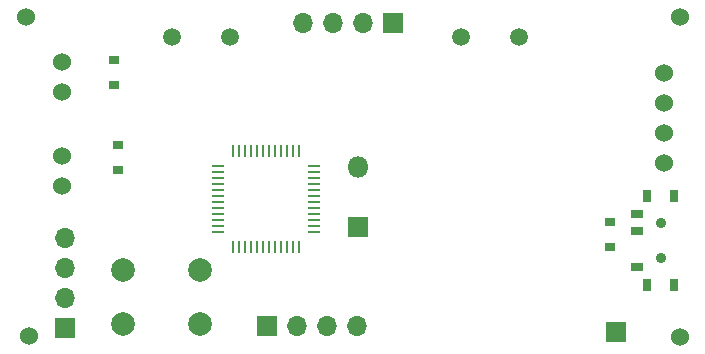
<source format=gts>
G04 #@! TF.GenerationSoftware,KiCad,Pcbnew,5.1.6-c6e7f7d~87~ubuntu18.04.1*
G04 #@! TF.CreationDate,2020-08-29T18:15:57+05:30*
G04 #@! TF.ProjectId,Sensor_pcb_v2,53656e73-6f72-45f7-9063-625f76322e6b,rev?*
G04 #@! TF.SameCoordinates,Original*
G04 #@! TF.FileFunction,Soldermask,Top*
G04 #@! TF.FilePolarity,Negative*
%FSLAX46Y46*%
G04 Gerber Fmt 4.6, Leading zero omitted, Abs format (unit mm)*
G04 Created by KiCad (PCBNEW 5.1.6-c6e7f7d~87~ubuntu18.04.1) date 2020-08-29 18:15:57*
%MOMM*%
%LPD*%
G01*
G04 APERTURE LIST*
%ADD10R,1.000000X0.230000*%
%ADD11R,0.230000X1.000000*%
%ADD12R,0.800000X1.000000*%
%ADD13R,1.100000X0.700000*%
%ADD14C,0.900000*%
%ADD15C,1.524000*%
%ADD16R,0.900000X0.800000*%
%ADD17R,1.700000X1.700000*%
%ADD18O,1.700000X1.700000*%
%ADD19O,1.800000X1.800000*%
%ADD20R,1.800000X1.800000*%
%ADD21C,1.500000*%
%ADD22C,2.000000*%
G04 APERTURE END LIST*
D10*
X119924000Y-37381200D03*
D11*
X118654000Y-31031200D03*
X118146000Y-31031200D03*
X117638000Y-31031200D03*
X117130000Y-31031200D03*
X116622000Y-31031200D03*
X116114000Y-31031200D03*
X115606000Y-31031200D03*
X115098000Y-31031200D03*
X114590000Y-31031200D03*
X114082000Y-31031200D03*
X113574000Y-31031200D03*
X113066000Y-31031200D03*
D10*
X111796000Y-32301200D03*
X111796000Y-32809200D03*
X111796000Y-33825200D03*
X111796000Y-34333200D03*
X111796000Y-34841200D03*
X111796000Y-35349200D03*
X111796000Y-35857200D03*
X111796000Y-36365200D03*
X111796000Y-36873200D03*
X111796000Y-37381200D03*
X111796000Y-37889200D03*
D11*
X113574000Y-39159200D03*
X114082000Y-39159200D03*
X114590000Y-39159200D03*
X115098000Y-39159200D03*
X115606000Y-39159200D03*
X116114000Y-39159200D03*
X116622000Y-39159200D03*
X117130000Y-39159200D03*
X117638000Y-39159200D03*
X118146000Y-39159200D03*
X118654000Y-39159200D03*
D10*
X119924000Y-37889200D03*
X119924000Y-36873200D03*
X119924000Y-36365200D03*
X119924000Y-35857200D03*
X119924000Y-35349200D03*
X119924000Y-34841200D03*
X119924000Y-34333200D03*
X119924000Y-33825200D03*
X119924000Y-33317200D03*
X119924000Y-32809200D03*
X119924000Y-32301200D03*
D11*
X113066000Y-39159200D03*
D10*
X111796000Y-33317200D03*
D12*
X150418000Y-34858000D03*
X148118000Y-34858000D03*
X150418000Y-42358000D03*
X148118000Y-42358000D03*
D13*
X147218000Y-36358000D03*
X147218000Y-37858000D03*
X147218000Y-40858000D03*
D14*
X149268000Y-37108000D03*
X149268000Y-40108000D03*
D15*
X95783400Y-46750000D03*
X150860000Y-46758900D03*
X150866000Y-19700000D03*
X95498900Y-19700200D03*
D16*
X102992000Y-23374600D03*
X102992000Y-25474600D03*
X103314000Y-30580600D03*
X103314000Y-32680600D03*
D17*
X115941000Y-45877500D03*
D18*
X118481000Y-45877500D03*
X121021000Y-45877500D03*
X123561000Y-45877500D03*
D15*
X98554700Y-26050600D03*
X98544700Y-23510600D03*
D18*
X98826300Y-38442900D03*
X98826300Y-40982900D03*
X98826300Y-43522900D03*
D17*
X98826300Y-46062900D03*
X145440000Y-46349900D03*
X126548000Y-20233600D03*
D18*
X124008000Y-20233600D03*
X121468000Y-20233600D03*
X118928000Y-20233600D03*
D15*
X98570000Y-33988100D03*
X98560000Y-31448100D03*
D16*
X144981000Y-39144900D03*
X144981000Y-37044900D03*
D19*
X123619000Y-32374800D03*
D20*
X123619000Y-37454800D03*
D15*
X149499000Y-24452600D03*
X149499000Y-26992600D03*
X149499000Y-29532600D03*
X149499000Y-32072600D03*
D21*
X132374000Y-21435100D03*
X137254000Y-21435100D03*
X112784000Y-21435100D03*
X107904000Y-21435100D03*
D22*
X103761000Y-45661600D03*
X103761000Y-41161600D03*
X110261000Y-45661600D03*
X110261000Y-41161600D03*
M02*

</source>
